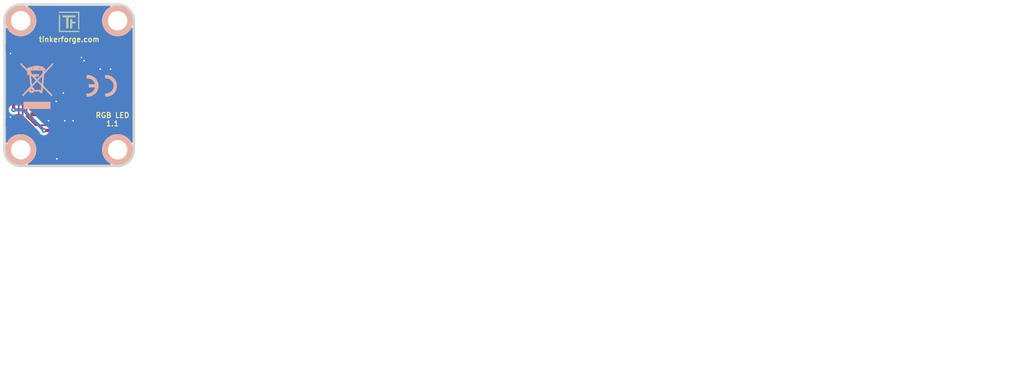
<source format=kicad_pcb>
(kicad_pcb (version 20221018) (generator pcbnew)
  (title_block (title "RGB LED Bricklet") (date "2016-08-04") (rev "1.1") (company "Tinkerforge GmbH") (comment 1 "Licensed under CERN OHL v.1.1") (comment 2 "Copyright (©) 2016, B.Nordmeyer <bastian@tinkerforge.com>"))
  (layers (0 "F.Cu" signal "Vorderseite") (31 "B.Cu" signal "Rückseite") (34 "B.Paste" user) (35 "F.Paste" user) (36 "B.SilkS" user "B.Silkscreen") (37 "F.SilkS" user "F.Silkscreen") (38 "B.Mask" user) (39 "F.Mask" user) (44 "Edge.Cuts" user))
  (net 0 "")
  (net 1 "GND")
  (net 2 "SCL")
  (net 3 "SDA")
  (net 4 "VCC")
  (net 5 "Net-(C1-Pad2)")
  (net 6 "Net-(P1-Pad6)")
  (net 7 "Net-(P1-Pad7)")
  (net 8 "Net-(C1-Pad1)")
  (net 9 "3V3")
  (net 10 "Net-(LED1-Pad4)")
  (net 11 "Net-(Q1-PadD)")
  (net 12 "Net-(LED1-Pad2)")
  (net 13 "Net-(P1-Pad8)")
  (net 14 "Net-(P1-Pad9)")
  (net 15 "Net-(P1-Pad10)")
  (net 16 "Net-(U1-Pad7)")
  (footprint "kicad-libraries:CON-SENSOR" (layer "F.Cu") (at 125.3 118.1 -90)
    (fp_text reference "P1")
    (fp_text value "CON-SENSOR")
    (pad "1" smd rect (at -4.50088 -4.7752 270) (size 0.59944 1.5494) (layers "F.Cu" "F.Paste" "F.Mask") (net 5 "Net-(C1-Pad2)"))
    (pad "2" smd rect (at -3.50012 -4.7752 270) (size 0.59944 1.5494) (layers "F.Cu" "F.Paste" "F.Mask") (net 8 "Net-(C1-Pad1)"))
    (pad "3" smd rect (at -2.49936 -4.7752 270) (size 0.59944 1.5494) (layers "F.Cu" "F.Paste" "F.Mask") (net 9 "3V3"))
    (pad "4" smd rect (at -1.50114 -4.7752 270) (size 0.59944 1.5494) (layers "F.Cu" "F.Paste" "F.Mask") (net 2 "SCL"))
    (pad "5" smd rect (at -0.50038 -4.7752 270) (size 0.59944 1.5494) (layers "F.Cu" "F.Paste" "F.Mask") (net 3 "SDA"))
    (pad "6" smd rect (at 0.50038 -4.7752 270) (size 0.59944 1.5494) (layers "F.Cu" "F.Paste" "F.Mask") (net 6 "Net-(P1-Pad6)"))
    (pad "7" smd rect (at 1.50114 -4.7752 270) (size 0.59944 1.5494) (layers "F.Cu" "F.Paste" "F.Mask") (net 7 "Net-(P1-Pad7)"))
    (pad "8" smd rect (at 2.49936 -4.7752 270) (size 0.59944 1.5494) (layers "F.Cu" "F.Paste" "F.Mask") (net 13 "Net-(P1-Pad8)"))
    (pad "9" smd rect (at 3.50012 -4.7752 270) (size 0.59944 1.5494) (layers "F.Cu" "F.Paste" "F.Mask") (net 14 "Net-(P1-Pad9)"))
    (pad "10" smd rect (at 4.50088 -4.7752 270) (size 0.59944 1.5494) (layers "F.Cu" "F.Paste" "F.Mask") (net 15 "Net-(P1-Pad10)"))
    (pad "EP" smd rect (at -5.79882 -0.89916 270) (size 1.19888 1.80086) (layers "F.Cu" "F.Paste" "F.Mask") (net 1 "GND"))
    (pad "EP" smd rect (at 5.79882 -0.89916 270) (size 1.19888 1.80086) (layers "F.Cu" "F.Paste" "F.Mask") (net 1 "GND"))
  )
  (footprint "kicad-libraries:SOIC8" (layer "F.Cu") (at 134 125.1 180)
    (fp_text reference "U1")
    (fp_text value "M24C64")
    (pad "1" smd rect (at -1.90246 2.69748) (size 0.59944 1.5494) (layers "F.Cu" "F.Paste" "F.Mask") (net 1 "GND"))
    (pad "2" smd rect (at -0.63246 2.69748) (size 0.59944 1.5494) (layers "F.Cu" "F.Paste" "F.Mask") (net 1 "GND"))
    (pad "3" smd rect (at 0.63246 2.69748) (size 0.59944 1.5494) (layers "F.Cu" "F.Paste" "F.Mask") (net 6 "Net-(P1-Pad6)"))
    (pad "4" smd rect (at 1.90246 2.69748) (size 0.59944 1.5494) (layers "F.Cu" "F.Paste" "F.Mask") (net 1 "GND"))
    (pad "5" smd rect (at 1.90246 -2.69748 180) (size 0.59944 1.5494) (layers "F.Cu" "F.Paste" "F.Mask") (net 3 "SDA"))
    (pad "6" smd rect (at 0.63246 -2.69748 180) (size 0.59944 1.5494) (layers "F.Cu" "F.Paste" "F.Mask") (net 2 "SCL"))
    (pad "7" smd rect (at -0.63246 -2.69748 180) (size 0.59944 1.5494) (layers "F.Cu" "F.Paste" "F.Mask") (net 16 "Net-(U1-Pad7)"))
    (pad "8" smd rect (at -1.90246 -2.69748 180) (size 0.59944 1.5494) (layers "F.Cu" "F.Paste" "F.Mask") (net 9 "3V3"))
  )
  (footprint "kicad-libraries:DRILL_NP" (layer "F.Cu") (at 127.8 108.1 -90)
    (fp_text reference "U2" hide)
    (fp_text value "DRILL" hide)
    (pad "" np_thru_hole circle (at 0 0 270) (size 2.99974 2.99974) (drill 2.99974) (layers "*.Cu" "*.Mask" "F.SilkS") (clearance 0.89916))
  )
  (footprint "kicad-libraries:DRILL_NP" (layer "F.Cu") (at 142.8 128.1 90)
    (fp_text reference "U3" hide)
    (fp_text value "DRILL" hide)
    (pad "" np_thru_hole circle (at 0 0 90) (size 2.99974 2.99974) (drill 2.99974) (layers "*.Cu" "*.Mask" "F.SilkS") (clearance 0.89916))
  )
  (footprint "kicad-libraries:DRILL_NP" (layer "F.Cu") (at 127.8 128.1 90)
    (fp_text reference "U4" hide)
    (fp_text value "DRILL" hide)
    (pad "" np_thru_hole circle (at 0 0 90) (size 2.99974 2.99974) (drill 2.99974) (layers "*.Cu" "*.Mask" "F.SilkS") (clearance 0.89916))
  )
  (footprint "kicad-libraries:DRILL_NP" (layer "F.Cu") (at 142.8 108.1)
    (fp_text reference "U5" hide)
    (fp_text value "DRILL" hide)
    (pad "" np_thru_hole circle (at 0 0) (size 2.99974 2.99974) (drill 2.99974) (layers "*.Cu" "*.Mask" "F.SilkS") (clearance 0.89916))
  )
  (footprint "kicad-libraries:WS2812B_LED" (layer "F.Cu") (at 139.3 118.1 90)
    (fp_text reference "LED1")
    (fp_text value "WS2812B_LED")
    (pad "1" smd rect (at -2.45 -1.6 90) (size 1.5 1) (layers "F.Cu" "F.Paste" "F.Mask") (net 4 "VCC"))
    (pad "2" smd rect (at -2.45 1.6 90) (size 1.5 1) (layers "F.Cu" "F.Paste" "F.Mask") (net 12 "Net-(LED1-Pad2)"))
    (pad "3" smd rect (at 2.45 1.6 90) (size 1.5 1) (layers "F.Cu" "F.Paste" "F.Mask") (net 1 "GND"))
    (pad "4" smd rect (at 2.45 -1.6 90) (size 1.5 1) (layers "F.Cu" "F.Paste" "F.Mask") (net 10 "Net-(LED1-Pad4)"))
  )
  (footprint "kicad-libraries:SOT23GDS" (layer "F.Cu") (at 132.7 118.3 180)
    (fp_text reference "Q1")
    (fp_text value "2N7002P")
    (pad "D" smd rect (at 0 1.016 180) (size 0.9144 0.9144) (layers "F.Cu" "F.Paste" "F.Mask") (net 11 "Net-(Q1-PadD)"))
    (pad "G" smd rect (at 0.889 -1.016 180) (size 0.9144 0.9144) (layers "F.Cu" "F.Paste" "F.Mask") (net 7 "Net-(P1-Pad7)"))
    (pad "S" smd rect (at -0.889 -1.016 180) (size 0.9144 0.9144) (layers "F.Cu" "F.Paste" "F.Mask") (net 1 "GND"))
  )
  (footprint "kicad-libraries:Logo_31x31" (layer "F.Cu") (at 133.7 106.7)
    (fp_text reference "G***" hide)
    (fp_text value "Logo_31x31" hide)
  )
  (footprint "kicad-libraries:Fiducial_Mark" (layer "F.Cu") (at 143.3 112.6)
    (fp_text reference "Fiducial_Mark" hide)
    (fp_text value "VAL**" hide)
    (pad "1" smd circle (at 0 0) (size 1.00076 1.00076) (layers "F.Cu" "F.Paste" "F.Mask") (clearance 0.65024))
  )
  (footprint "kicad-libraries:Fiducial_Mark" (layer "F.Cu") (at 137.8 125.1)
    (fp_text reference "Fiducial_Mark" hide)
    (fp_text value "VAL**" hide)
    (pad "1" smd circle (at 0 0) (size 1.00076 1.00076) (layers "F.Cu" "F.Paste" "F.Mask") (clearance 0.65024))
  )
  (footprint "kicad-libraries:Fiducial_Mark" (layer "F.Cu") (at 128.3 112.1)
    (fp_text reference "Fiducial_Mark" hide)
    (fp_text value "VAL**" hide)
    (pad "1" smd circle (at 0 0) (size 1.00076 1.00076) (layers "F.Cu" "F.Paste" "F.Mask") (clearance 0.65024))
  )
  (footprint "kicad-libraries:C0603E" (layer "F.Cu") (at 131.9 113.7 90)
    (fp_text reference "C1")
    (fp_text value "100nF")
    (pad "1" smd rect (at -0.8501 0 90) (size 1.1 1) (layers "F.Cu" "F.Paste" "F.Mask") (net 8 "Net-(C1-Pad1)"))
    (pad "2" smd rect (at 0.8501 0 90) (size 1.1 1) (layers "F.Cu" "F.Paste" "F.Mask") (net 5 "Net-(C1-Pad2)"))
  )
  (footprint "kicad-libraries:C0603E" (layer "F.Cu") (at 136.3 113.7 90)
    (fp_text reference "C2")
    (fp_text value "100nF")
    (pad "1" smd rect (at -0.8501 0 90) (size 1.1 1) (layers "F.Cu" "F.Paste" "F.Mask") (net 1 "GND"))
    (pad "2" smd rect (at 0.8501 0 90) (size 1.1 1) (layers "F.Cu" "F.Paste" "F.Mask") (net 4 "VCC"))
  )
  (footprint "kicad-libraries:C0603E" (layer "F.Cu") (at 135 120.6 180)
    (fp_text reference "C3")
    (fp_text value "100nF")
    (pad "1" smd rect (at -0.8501 0 180) (size 1.1 1) (layers "F.Cu" "F.Paste" "F.Mask") (net 4 "VCC"))
    (pad "2" smd rect (at 0.8501 0 180) (size 1.1 1) (layers "F.Cu" "F.Paste" "F.Mask") (net 1 "GND"))
  )
  (footprint "kicad-libraries:C0603E" (layer "F.Cu") (at 135.1 129.5 180)
    (fp_text reference "C4")
    (fp_text value "100nF")
    (pad "1" smd rect (at -0.8501 0 180) (size 1.1 1) (layers "F.Cu" "F.Paste" "F.Mask") (net 9 "3V3"))
    (pad "2" smd rect (at 0.8501 0 180) (size 1.1 1) (layers "F.Cu" "F.Paste" "F.Mask") (net 1 "GND"))
  )
  (footprint "kicad-libraries:C0603E" (layer "F.Cu") (at 134.1 112.8)
    (fp_text reference "FB1")
    (fp_text value "FILTER")
    (pad "1" smd rect (at -0.8501 0) (size 1.1 1) (layers "F.Cu" "F.Paste" "F.Mask") (net 5 "Net-(C1-Pad2)"))
    (pad "2" smd rect (at 0.8501 0) (size 1.1 1) (layers "F.Cu" "F.Paste" "F.Mask") (net 4 "VCC"))
  )
  (footprint "kicad-libraries:R0603E" (layer "F.Cu") (at 135.9 118.4 -90)
    (fp_text reference "R1")
    (fp_text value "1k")
    (pad "1" smd rect (at -0.8501 0 270) (size 1.1 1) (layers "F.Cu" "F.Paste" "F.Mask") (net 11 "Net-(Q1-PadD)"))
    (pad "2" smd rect (at 0.8501 0 270) (size 1.1 1) (layers "F.Cu" "F.Paste" "F.Mask") (net 4 "VCC"))
  )
  (footprint "kicad-libraries:R0603E" (layer "F.Cu") (at 134.1 114.6 180)
    (fp_text reference "R2")
    (fp_text value "0")
    (pad "1" smd rect (at -0.8501 0 180) (size 1.1 1) (layers "F.Cu" "F.Paste" "F.Mask") (net 1 "GND"))
    (pad "2" smd rect (at 0.8501 0 180) (size 1.1 1) (layers "F.Cu" "F.Paste" "F.Mask") (net 8 "Net-(C1-Pad1)"))
  )
  (footprint "kicad-libraries:R0603E" (layer "F.Cu") (at 135 116.1 180)
    (fp_text reference "R3")
    (fp_text value "330")
    (pad "1" smd rect (at -0.8501 0 180) (size 1.1 1) (layers "F.Cu" "F.Paste" "F.Mask") (net 10 "Net-(LED1-Pad4)"))
    (pad "2" smd rect (at 0.8501 0 180) (size 1.1 1) (layers "F.Cu" "F.Paste" "F.Mask") (net 11 "Net-(Q1-PadD)"))
  )
  (footprint "kicad-libraries:WEEE_7mm" (layer "B.Cu") (at 130.3 118.2 180)
    (fp_text reference "G***" hide)
    (fp_text value "LOGO" hide)
  )
  (footprint "kicad-libraries:CE_5mm" (layer "B.Cu") (at 140.3 118.2 180)
    (fp_text reference "VAL" hide)
    (fp_text value "CE_5mm" hide)
  )
  (gr_arc (start 142.8 105.6) (mid 144.567767 106.332233) (end 145.3 108.1) (stroke (width 0.381)) (layer "Edge.Cuts"))
  (gr_arc (start 145.3 128.1) (mid 144.567767 129.867767) (end 142.8 130.6) (stroke (width 0.381)) (layer "Edge.Cuts"))
  (gr_line (start 145.3 128.1) (end 145.3 108.1) (stroke (width 0.381)) (layer "Edge.Cuts"))
  (gr_line (start 142.8 105.6) (end 127.8 105.6) (stroke (width 0.381)) (layer "Edge.Cuts"))
  (gr_arc (start 127.8 130.6) (mid 126.032233 129.867767) (end 125.3 128.1) (stroke (width 0.381)) (layer "Edge.Cuts"))
  (gr_line (start 125.3 108.1) (end 125.3 128.1) (stroke (width 0.381)) (layer "Edge.Cuts"))
  (gr_arc (start 125.3 108.1) (mid 126.032233 106.332233) (end 127.8 105.6) (stroke (width 0.381)) (layer "Edge.Cuts"))
  (gr_line (start 127.8 130.6) (end 142.8 130.6) (stroke (width 0.381)) (layer "Edge.Cuts"))
  (gr_text "RGB LED\n1.1" (at 142 123.4) (layer "F.SilkS") (effects (font (size 0.8001 0.8001) (thickness 0.14986))))
  (gr_text "tinkerforge.com" (at 135.3 111) (layer "F.SilkS") (effects (font (size 0.8001 0.8001) (thickness 0.14986))))
  (segment (start 136.2501 114.6) (end 136.3 114.5501) (width 0.8001) (layer "F.Cu") (net 1))
  (segment (start 132.09754 123.59754) (end 132.1 123.6) (width 0.8001) (layer "F.Cu") (net 1))
  (segment (start 134.63246 123.56754) (end 134.6 123.6) (width 0.8001) (layer "F.Cu") (net 1))
  (segment (start 135.90246 123.59754) (end 135.9 123.6) (width 0.8001) (layer "F.Cu") (net 1))
  (segment (start 126.19916 123.00084) (end 126.2 123) (width 0.8001) (layer "F.Cu") (net 1))
  (segment (start 126.19916 113.19916) (end 126.2 113.2) (width 0.8001) (layer "F.Cu") (net 1))
  (segment (start 140.15 115.65) (end 140.1 115.6) (width 0.8001) (layer "F.Cu") (net 1))
  (segment (start 141.65 115.65) (end 141.7 115.6) (width 0.8001) (layer "F.Cu") (net 1))
  (segment (start 134.384 119.316) (end 134.4 119.3) (width 0.8001) (layer "F.Cu") (net 1))
  (segment (start 136.5499 114.5501) (end 136.8 114.3) (width 0.8001) (layer "F.Cu") (net 1))
  (segment (start 136.8 114.3) (end 137.6 114.3) (width 0.8001) (layer "F.Cu") (net 1))
  (segment (start 136.449762 114.5501) (end 137.2 113.799862) (width 0.8001) (layer "F.Cu") (net 1))
  (segment (start 126.19916 123.89882) (end 126.19916 123.00084) (width 0.8001) (layer "F.Cu") (net 1))
  (segment (start 126.19916 112.30118) (end 126.19916 113.19916) (width 0.8001) (layer "F.Cu") (net 1))
  (segment (start 135.90246 122.40252) (end 135.90246 123.59754) (width 0.8001) (layer "F.Cu") (net 1))
  (segment (start 140.9 115.65) (end 141.65 115.65) (width 0.8001) (layer "F.Cu") (net 1))
  (segment (start 134.63246 122.40252) (end 134.63246 123.56754) (width 0.8001) (layer "F.Cu") (net 1))
  (segment (start 133.589 119.316) (end 134.384 119.316) (width 0.8001) (layer "F.Cu") (net 1))
  (segment (start 136.3 114.5501) (end 136.5499 114.5501) (width 0.8001) (layer "F.Cu") (net 1))
  (segment (start 134.9501 114.6) (end 136.2501 114.6) (width 0.8001) (layer "F.Cu") (net 1))
  (segment (start 136.3 114.5501) (end 136.449762 114.5501) (width 0.8001) (layer "F.Cu") (net 1))
  (segment (start 132.09754 122.40252) (end 132.09754 123.59754) (width 0.8001) (layer "F.Cu") (net 1))
  (segment (start 134.1499 120.6) (end 133.3 120.6) (width 0.8001) (layer "F.Cu") (net 1))
  (segment (start 140.9 115.65) (end 140.15 115.65) (width 0.8001) (layer "F.Cu") (net 1))
  (segment (start 134.2499 129.5) (end 133.4 129.5) (width 0.8001) (layer "F.Cu") (net 1))
  (via (at 135.9 123.6) (size 0.70104) (drill 0.24892) (layers "F.Cu" "B.Cu") (net 1))
  (via (at 126.2 123) (size 0.70104) (drill 0.24892) (layers "F.Cu" "B.Cu") (net 1))
  (via (at 133.4 129.5) (size 0.70104) (drill 0.24892) (layers "F.Cu" "B.Cu") (net 1))
  (via (at 134.6 123.6) (size 0.70104) (drill 0.24892) (layers "F.Cu" "B.Cu") (net 1))
  (via (at 140.1 115.6) (size 0.70104) (drill 0.24892) (layers "F.Cu" "B.Cu") (net 1))
  (via (at 126.2 113.2) (size 0.70104) (drill 0.24892) (layers "F.Cu" "B.Cu") (net 1))
  (via (at 141.7 115.6) (size 0.70104) (drill 0.24892) (layers "F.Cu" "B.Cu") (net 1))
  (via (at 137.2 113.799862) (size 0.70104) (drill 0.24892) (layers "F.Cu" "B.Cu") (net 1))
  (via (at 133.3 120.6) (size 0.70104) (drill 0.24892) (layers "F.Cu" "B.Cu") (net 1))
  (via (at 132.1 123.6) (size 0.70104) (drill 0.24892) (layers "F.Cu" "B.Cu") (net 1))
  (via (at 137.6 114.3) (size 0.70104) (drill 0.24892) (layers "F.Cu" "B.Cu") (net 1))
  (via (at 134.4 119.3) (size 0.70104) (drill 0.24892) (layers "F.Cu" "B.Cu") (net 1))
  (segment (start 137.2 113.799862) (end 137.2 113.7) (width 0.8001) (layer "B.Cu") (net 1))
  (segment (start 133.36754 128.53246) (end 132.9 129) (width 0.25) (layer "F.Cu") (net 2))
  (segment (start 132.9 129) (end 131.8 129) (width 0.25) (layer "F.Cu") (net 2))
  (segment (start 131.8 129) (end 131.1 128.3) (width 0.25) (layer "F.Cu") (net 2))
  (segment (start 131.1 128.3) (end 131.1 127.2) (width 0.25) (layer "F.Cu") (net 2))
  (segment (start 131.1 127.2) (end 127.5 123.6) (width 0.25) (layer "F.Cu") (net 2))
  (segment (start 127.5 123.6) (end 127.5 117.8) (width 0.25) (layer "F.Cu") (net 2))
  (segment (start 127.5 117.8) (end 128.70114 116.59886) (width 0.25) (layer "F.Cu") (net 2))
  (segment (start 128.70114 116.59886) (end 130.0752 116.59886) (width 0.25) (layer "F.Cu") (net 2))
  (segment (start 133.36754 127.79748) (end 133.36754 128.53246) (width 0.25) (layer "F.Cu") (net 2))
  (segment (start 129.00038 117.59962) (end 128.1 118.5) (width 0.25) (layer "F.Cu") (net 3))
  (segment (start 128.1 118.5) (end 128.1 123.4) (width 0.25) (layer "F.Cu") (net 3))
  (segment (start 128.1 123.4) (end 132.09754 127.39754) (width 0.25) (layer "F.Cu") (net 3))
  (segment (start 132.09754 127.39754) (end 132.09754 127.79748) (width 0.25) (layer "F.Cu") (net 3))
  (segment (start 130.0752 117.59962) (end 129.00038 117.59962) (width 0.25) (layer "F.Cu") (net 3))
  (segment (start 136.2501 112.8) (end 136.3 112.8499) (width 0.8001) (layer "F.Cu") (net 4))
  (segment (start 137.6499 112.8499) (end 139 114.2) (width 0.8001) (layer "F.Cu") (net 4))
  (segment (start 139 114.2) (end 139 117.1) (width 0.8001) (layer "F.Cu") (net 4))
  (segment (start 139 117.1) (end 137.9 118.2) (width 0.8001) (layer "F.Cu") (net 4))
  (segment (start 137.9 118.2) (end 137.2 118.2) (width 0.8001) (layer "F.Cu") (net 4))
  (segment (start 137.2 118.2) (end 136.1499 119.2501) (width 0.8001) (layer "F.Cu") (net 4))
  (segment (start 136.1499 119.2501) (end 135.9 119.2501) (width 0.8001) (layer "F.Cu") (net 4))
  (segment (start 135.9 120.5501) (end 135.8501 120.6) (width 0.8001) (layer "F.Cu") (net 4))
  (segment (start 137.65 120.6) (end 137.7 120.55) (width 0.8001) (layer "F.Cu") (net 4))
  (segment (start 135.8501 120.6) (end 137.65 120.6) (width 0.8001) (layer "F.Cu") (net 4))
  (segment (start 135.9 119.2501) (end 135.9 120.5501) (width 0.8001) (layer "F.Cu") (net 4))
  (segment (start 134.9501 112.8) (end 136.2501 112.8) (width 0.8001) (layer "F.Cu") (net 4))
  (segment (start 136.3 112.8499) (end 137.6499 112.8499) (width 0.8001) (layer "F.Cu") (net 4))
  (segment (start 137.7 120.55) (end 137.7 120.5) (width 0.25) (layer "F.Cu") (net 4))
  (segment (start 130.70088 113.59912) (end 131.4501 112.8499) (width 0.8001) (layer "F.Cu") (net 5))
  (segment (start 131.4501 112.8499) (end 131.9 112.8499) (width 0.8001) (layer "F.Cu") (net 5))
  (segment (start 131.9499 112.8) (end 131.9 112.8499) (width 0.8001) (layer "F.Cu") (net 5))
  (segment (start 133.2499 112.8) (end 131.9499 112.8) (width 0.8001) (layer "F.Cu") (net 5))
  (segment (start 130.0752 113.59912) (end 130.70088 113.59912) (width 0.8001) (layer "F.Cu") (net 5))
  (segment (start 129.29962 118.60038) (end 128.7 119.2) (width 0.25) (layer "F.Cu") (net 6))
  (segment (start 128.7 119.2) (end 128.7 122.9) (width 0.25) (layer "F.Cu") (net 6))
  (segment (start 128.7 122.9) (end 130.1 124.3) (width 0.25) (layer "F.Cu") (net 6))
  (segment (start 130.1 124.3) (end 132.8 124.3) (width 0.25) (layer "F.Cu") (net 6))
  (segment (start 132.8 124.3) (end 133.36754 123.73246) (width 0.25) (layer "F.Cu") (net 6))
  (segment (start 133.36754 123.73246) (end 133.36754 122.40252) (width 0.25) (layer "F.Cu") (net 6))
  (segment (start 130.0752 118.60038) (end 129.29962 118.60038) (width 0.25) (layer "F.Cu") (net 6))
  (segment (start 131.52586 119.60114) (end 131.811 119.316) (width 0.5) (layer "F.Cu") (net 7))
  (segment (start 130.0752 119.60114) (end 131.52586 119.60114) (width 0.5) (layer "F.Cu") (net 7))
  (segment (start 131.85022 114.59988) (end 131.9 114.5501) (width 0.8001) (layer "F.Cu") (net 8))
  (segment (start 133.1998 114.5501) (end 133.2499 114.5) (width 0.8001) (layer "F.Cu") (net 8))
  (segment (start 133.2 114.5501) (end 133.2499 114.6) (width 0.8001) (layer "F.Cu") (net 8))
  (segment (start 131.9 114.5501) (end 133.2 114.5501) (width 0.8001) (layer "F.Cu") (net 8))
  (segment (start 130.0752 114.59988) (end 131.85022 114.59988) (width 0.8001) (layer "F.Cu") (net 8))
  (segment (start 135.9501 127.84512) (end 135.90246 127.79748) (width 0.45) (layer "F.Cu") (net 9))
  (segment (start 128.09936 115.60064) (end 126.7 117) (width 0.5) (layer "F.Cu") (net 9))
  (segment (start 126.7 117) (end 126.7 121.9) (width 0.5) (layer "F.Cu") (net 9))
  (segment (start 131.4 125.1) (end 135.7 125.1) (width 0.5) (layer "F.Cu") (net 9))
  (segment (start 135.7 125.1) (end 137.1 126.5) (width 0.5) (layer "F.Cu") (net 9))
  (segment (start 137.1 126.5) (end 137.1 129.2) (width 0.5) (layer "F.Cu") (net 9))
  (segment (start 137.1 129.2) (end 136.8 129.5) (width 0.5) (layer "F.Cu") (net 9))
  (segment (start 128.09936 115.60064) (end 130.0752 115.60064) (width 0.5) (layer "F.Cu") (net 9))
  (segment (start 135.9501 129.5) (end 135.9501 127.84512) (width 0.45) (layer "F.Cu") (net 9))
  (segment (start 135.9501 129.5) (end 136.8 129.5) (width 0.5) (layer "F.Cu") (net 9))
  (via (at 131.4 125.1) (size 0.70104) (drill 0.24892) (layers "F.Cu" "B.Cu") (net 9))
  (via (at 126.7 121.9) (size 0.70104) (drill 0.24892) (layers "F.Cu" "B.Cu") (net 9))
  (segment (start 128.2 121.9) (end 131.4 125.1) (width 0.5) (layer "B.Cu") (net 9))
  (segment (start 126.7 121.9) (end 128.2 121.9) (width 0.5) (layer "B.Cu") (net 9))
  (segment (start 137.25 115.65) (end 136.8 116.1) (width 0.5) (layer "F.Cu") (net 10))
  (segment (start 136.8 116.1) (end 135.8501 116.1) (width 0.5) (layer "F.Cu") (net 10))
  (segment (start 137.7 115.65) (end 137.25 115.65) (width 0.5) (layer "F.Cu") (net 10))
  (segment (start 132.9659 117.5499) (end 132.7 117.284) (width 0.5) (layer "F.Cu") (net 11))
  (segment (start 133.4 116.1) (end 132.7 116.8) (width 0.5) (layer "F.Cu") (net 11))
  (segment (start 132.7 116.8) (end 132.7 117.284) (width 0.5) (layer "F.Cu") (net 11))
  (segment (start 134.1499 116.1) (end 133.4 116.1) (width 0.5) (layer "F.Cu") (net 11))
  (segment (start 135.9 117.5499) (end 132.9659 117.5499) (width 0.5) (layer "F.Cu") (net 11))
  (zone (net 1) (net_name "GND") (layer "B.Cu") (connect_pads (clearance 0.4)) (min_thickness 0.2) (fill yes (thermal_gap 0.21) (thermal_bridge_width 0.21))
    (polygon (pts (xy 125.3 105.6) (xy 145.3 105.6) (xy 145.3 130.6) (xy 125.3 130.6)))
  )
)
</source>
